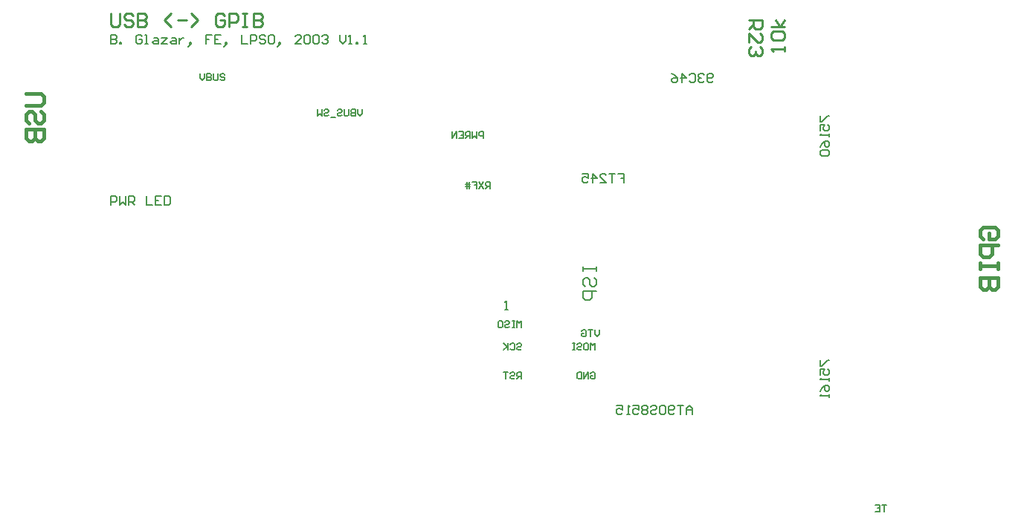
<source format=gbo>
%FSLAX25Y25*%
%MOIN*%
G70*
G01*
G75*
G04 Layer_Color=32896*
%ADD10C,0.01200*%
%ADD11R,0.06000X0.06000*%
%ADD12R,0.06000X0.06000*%
%ADD13R,0.01600X0.07500*%
%ADD14R,0.07500X0.01600*%
%ADD15O,0.01600X0.10000*%
%ADD16O,0.10000X0.01600*%
%ADD17R,0.13000X0.07000*%
%ADD18O,0.02400X0.08000*%
%ADD19R,0.03600X0.05000*%
%ADD20R,0.03600X0.03600*%
%ADD21R,0.10000X0.08000*%
%ADD22R,0.10000X0.09000*%
%ADD23R,0.03150X0.05512*%
G04:AMPARAMS|DCode=24|XSize=78.74mil|YSize=149.61mil|CornerRadius=0mil|HoleSize=0mil|Usage=FLASHONLY|Rotation=0.000|XOffset=0mil|YOffset=0mil|HoleType=Round|Shape=Octagon|*
%AMOCTAGOND24*
4,1,8,-0.01969,0.07480,0.01969,0.07480,0.03937,0.05512,0.03937,-0.05512,0.01969,-0.07480,-0.01969,-0.07480,-0.03937,-0.05512,-0.03937,0.05512,-0.01969,0.07480,0.0*
%
%ADD24OCTAGOND24*%

%ADD25R,0.03937X0.07299*%
%ADD26C,0.02800*%
%ADD27C,0.01600*%
%ADD28C,0.02400*%
%ADD29C,0.01400*%
%ADD30C,0.01000*%
%ADD31C,0.00800*%
%ADD32O,0.07000X0.06000*%
%ADD33C,0.07000*%
%ADD34C,0.20000*%
%ADD35R,0.07000X0.06000*%
%ADD36O,0.07000X0.08500*%
%ADD37C,0.06200*%
%ADD38R,0.06200X0.06200*%
%ADD39R,0.07000X0.07000*%
%ADD40C,0.08000*%
%ADD41C,0.05000*%
%ADD42C,0.00787*%
%ADD43R,0.06800X0.06800*%
%ADD44R,0.06800X0.06800*%
%ADD45R,0.02400X0.08300*%
%ADD46R,0.08300X0.02400*%
%ADD47O,0.02400X0.10800*%
%ADD48O,0.10800X0.02400*%
%ADD49R,0.13800X0.07800*%
%ADD50O,0.03200X0.08800*%
%ADD51R,0.04400X0.05800*%
%ADD52R,0.04400X0.04400*%
%ADD53R,0.10800X0.08800*%
%ADD54R,0.10800X0.09800*%
%ADD55R,0.03950X0.06312*%
G04:AMPARAMS|DCode=56|XSize=86.74mil|YSize=157.61mil|CornerRadius=0mil|HoleSize=0mil|Usage=FLASHONLY|Rotation=0.000|XOffset=0mil|YOffset=0mil|HoleType=Round|Shape=Octagon|*
%AMOCTAGOND56*
4,1,8,-0.02169,0.07880,0.02169,0.07880,0.04337,0.05712,0.04337,-0.05712,0.02169,-0.07880,-0.02169,-0.07880,-0.04337,-0.05712,-0.04337,0.05712,-0.02169,0.07880,0.0*
%
%ADD56OCTAGOND56*%

%ADD57R,0.04737X0.08099*%
%ADD58O,0.07800X0.06800*%
%ADD59C,0.07800*%
%ADD60C,0.20800*%
%ADD61R,0.07800X0.06800*%
%ADD62O,0.07800X0.09300*%
%ADD63R,0.07800X0.07800*%
%ADD64C,0.08800*%
%ADD65C,0.05800*%
D27*
X3022003Y545000D02*
X3028667D01*
X3030000Y543667D01*
Y541001D01*
X3028667Y539668D01*
X3022003D01*
X3023335Y531671D02*
X3022003Y533004D01*
Y535670D01*
X3023335Y537003D01*
X3024668D01*
X3026001Y535670D01*
Y533004D01*
X3027334Y531671D01*
X3028667D01*
X3030000Y533004D01*
Y535670D01*
X3028667Y537003D01*
X3022003Y529005D02*
X3030000D01*
Y525006D01*
X3028667Y523674D01*
X3027334D01*
X3026001Y525006D01*
Y529005D01*
Y525006D01*
X3024668Y523674D01*
X3023335D01*
X3022003Y525006D01*
Y529005D01*
X3450835Y479668D02*
X3449503Y481001D01*
Y483667D01*
X3450835Y485000D01*
X3456167D01*
X3457500Y483667D01*
Y481001D01*
X3456167Y479668D01*
X3453501D01*
Y482334D01*
X3457500Y477003D02*
X3449503D01*
Y473004D01*
X3450835Y471671D01*
X3453501D01*
X3454834Y473004D01*
Y477003D01*
X3449503Y469005D02*
Y466339D01*
Y467672D01*
X3457500D01*
Y469005D01*
Y466339D01*
X3449503Y462341D02*
X3457500D01*
Y458342D01*
X3456167Y457009D01*
X3454834D01*
X3453501Y458342D01*
Y462341D01*
Y458342D01*
X3452168Y457009D01*
X3450835D01*
X3449503Y458342D01*
Y462341D01*
D30*
X3361900Y564100D02*
Y566099D01*
Y565100D01*
X3355902D01*
X3356902Y564100D01*
Y569098D02*
X3355902Y570098D01*
Y572097D01*
X3356902Y573097D01*
X3360900D01*
X3361900Y572097D01*
Y570098D01*
X3360900Y569098D01*
X3356902D01*
X3361900Y575096D02*
X3355902D01*
X3359901D02*
X3357901Y578095D01*
X3359901Y575096D02*
X3361900Y578095D01*
X3345900Y578100D02*
X3351898D01*
Y575101D01*
X3350898Y574101D01*
X3348899D01*
X3347899Y575101D01*
Y578100D01*
Y576101D02*
X3345900Y574101D01*
Y568103D02*
Y572102D01*
X3349899Y568103D01*
X3350898D01*
X3351898Y569103D01*
Y571102D01*
X3350898Y572102D01*
Y566104D02*
X3351898Y565104D01*
Y563105D01*
X3350898Y562105D01*
X3349899D01*
X3348899Y563105D01*
Y564105D01*
Y563105D01*
X3347899Y562105D01*
X3346900D01*
X3345900Y563105D01*
Y565104D01*
X3346900Y566104D01*
X3060000Y580998D02*
Y576000D01*
X3061000Y575000D01*
X3062999D01*
X3063999Y576000D01*
Y580998D01*
X3069997Y579998D02*
X3068997Y580998D01*
X3066998D01*
X3065998Y579998D01*
Y578999D01*
X3066998Y577999D01*
X3068997D01*
X3069997Y576999D01*
Y576000D01*
X3068997Y575000D01*
X3066998D01*
X3065998Y576000D01*
X3071996Y580998D02*
Y575000D01*
X3074995D01*
X3075995Y576000D01*
Y576999D01*
X3074995Y577999D01*
X3071996D01*
X3074995D01*
X3075995Y578999D01*
Y579998D01*
X3074995Y580998D01*
X3071996D01*
X3086991Y575000D02*
X3083992Y577999D01*
X3086991Y580998D01*
X3089990Y577999D02*
X3093989D01*
X3095988Y575000D02*
X3098987Y577999D01*
X3095988Y580998D01*
X3110983Y579998D02*
X3109984Y580998D01*
X3107985D01*
X3106985Y579998D01*
Y576000D01*
X3107985Y575000D01*
X3109984D01*
X3110983Y576000D01*
Y577999D01*
X3108984D01*
X3112983Y575000D02*
Y580998D01*
X3115982D01*
X3116982Y579998D01*
Y577999D01*
X3115982Y576999D01*
X3112983D01*
X3118981Y580998D02*
X3120980D01*
X3119981D01*
Y575000D01*
X3118981D01*
X3120980D01*
X3123979Y580998D02*
Y575000D01*
X3126978D01*
X3127978Y576000D01*
Y576999D01*
X3126978Y577999D01*
X3123979D01*
X3126978D01*
X3127978Y578999D01*
Y579998D01*
X3126978Y580998D01*
X3123979D01*
D31*
X3172500Y537999D02*
Y536000D01*
X3171500Y535000D01*
X3170501Y536000D01*
Y537999D01*
X3169501D02*
Y535000D01*
X3168002D01*
X3167502Y535500D01*
Y536000D01*
X3168002Y536500D01*
X3169501D01*
X3168002D01*
X3167502Y536999D01*
Y537499D01*
X3168002Y537999D01*
X3169501D01*
X3166502D02*
Y535500D01*
X3166002Y535000D01*
X3165002D01*
X3164503Y535500D01*
Y537999D01*
X3161504Y537499D02*
X3162003Y537999D01*
X3163003D01*
X3163503Y537499D01*
Y536999D01*
X3163003Y536500D01*
X3162003D01*
X3161504Y536000D01*
Y535500D01*
X3162003Y535000D01*
X3163003D01*
X3163503Y535500D01*
X3160504Y534500D02*
X3158504D01*
X3155506Y537499D02*
X3156005Y537999D01*
X3157005D01*
X3157505Y537499D01*
Y536999D01*
X3157005Y536500D01*
X3156005D01*
X3155506Y536000D01*
Y535500D01*
X3156005Y535000D01*
X3157005D01*
X3157505Y535500D01*
X3154506Y537999D02*
Y535000D01*
X3153506Y536000D01*
X3152506Y535000D01*
Y537999D01*
X3230000Y502500D02*
Y505499D01*
X3228500D01*
X3228001Y504999D01*
Y504000D01*
X3228500Y503500D01*
X3230000D01*
X3229000D02*
X3228001Y502500D01*
X3227001Y505499D02*
X3225002Y502500D01*
Y505499D02*
X3227001Y502500D01*
X3222002Y505499D02*
X3224002D01*
Y504000D01*
X3223002D01*
X3224002D01*
Y502500D01*
X3220503D02*
Y505499D01*
X3219503D02*
Y502500D01*
X3221003Y504499D02*
X3219503D01*
X3219004D01*
X3221003Y503500D02*
X3219004D01*
X3227000Y525000D02*
Y527999D01*
X3225500D01*
X3225001Y527499D01*
Y526500D01*
X3225500Y526000D01*
X3227000D01*
X3224001Y527999D02*
Y525000D01*
X3223001Y526000D01*
X3222002Y525000D01*
Y527999D01*
X3221002Y525000D02*
Y527999D01*
X3219502D01*
X3219003Y527499D01*
Y526500D01*
X3219502Y526000D01*
X3221002D01*
X3220002D02*
X3219003Y525000D01*
X3216003Y527999D02*
X3218003D01*
Y525000D01*
X3216003D01*
X3218003Y526500D02*
X3217003D01*
X3215004Y525000D02*
Y527999D01*
X3213005Y525000D01*
Y527999D01*
X3330000Y550666D02*
X3329333Y550000D01*
X3328001D01*
X3327334Y550666D01*
Y553332D01*
X3328001Y553999D01*
X3329333D01*
X3330000Y553332D01*
Y552666D01*
X3329333Y551999D01*
X3327334D01*
X3326001Y553332D02*
X3325335Y553999D01*
X3324002D01*
X3323336Y553332D01*
Y552666D01*
X3324002Y551999D01*
X3324669D01*
X3324002D01*
X3323336Y551333D01*
Y550666D01*
X3324002Y550000D01*
X3325335D01*
X3326001Y550666D01*
X3319337Y553332D02*
X3320003Y553999D01*
X3321336D01*
X3322002Y553332D01*
Y550666D01*
X3321336Y550000D01*
X3320003D01*
X3319337Y550666D01*
X3316005Y550000D02*
Y553999D01*
X3318004Y551999D01*
X3315338D01*
X3311340Y553999D02*
X3312672Y553332D01*
X3314005Y551999D01*
Y550666D01*
X3313339Y550000D01*
X3312006D01*
X3311340Y550666D01*
Y551333D01*
X3312006Y551999D01*
X3314005D01*
X3407500Y360499D02*
X3405501D01*
X3406500D01*
Y357500D01*
X3402502Y360499D02*
X3404501D01*
Y357500D01*
X3402502D01*
X3404501Y358999D02*
X3403501D01*
X3287334Y508999D02*
X3290000D01*
Y506999D01*
X3288667D01*
X3290000D01*
Y505000D01*
X3286001Y508999D02*
X3283335D01*
X3284668D01*
Y505000D01*
X3279337D02*
X3282003D01*
X3279337Y507666D01*
Y508332D01*
X3280003Y508999D01*
X3281336D01*
X3282003Y508332D01*
X3276004Y505000D02*
Y508999D01*
X3278004Y506999D01*
X3275338D01*
X3271339Y508999D02*
X3274005D01*
Y506999D01*
X3272672Y507666D01*
X3272006D01*
X3271339Y506999D01*
Y505666D01*
X3272006Y505000D01*
X3273339D01*
X3274005Y505666D01*
X3279000Y438999D02*
Y437000D01*
X3278000Y436000D01*
X3277001Y437000D01*
Y438999D01*
X3276001D02*
X3274002D01*
X3275001D01*
Y436000D01*
X3271003Y438499D02*
X3271502Y438999D01*
X3272502D01*
X3273002Y438499D01*
Y436500D01*
X3272502Y436000D01*
X3271502D01*
X3271003Y436500D01*
Y437500D01*
X3272002D01*
X3277000Y430000D02*
Y432999D01*
X3276000Y431999D01*
X3275001Y432999D01*
Y430000D01*
X3272501Y432999D02*
X3273501D01*
X3274001Y432499D01*
Y430500D01*
X3273501Y430000D01*
X3272501D01*
X3272002Y430500D01*
Y432499D01*
X3272501Y432999D01*
X3269003Y432499D02*
X3269502Y432999D01*
X3270502D01*
X3271002Y432499D01*
Y431999D01*
X3270502Y431499D01*
X3269502D01*
X3269003Y431000D01*
Y430500D01*
X3269502Y430000D01*
X3270502D01*
X3271002Y430500D01*
X3268003Y432999D02*
X3267003D01*
X3267503D01*
Y430000D01*
X3268003D01*
X3267003D01*
X3275001Y419499D02*
X3275500Y419999D01*
X3276500D01*
X3277000Y419499D01*
Y417500D01*
X3276500Y417000D01*
X3275500D01*
X3275001Y417500D01*
Y418500D01*
X3276000D01*
X3274001Y417000D02*
Y419999D01*
X3272002Y417000D01*
Y419999D01*
X3271002D02*
Y417000D01*
X3269502D01*
X3269003Y417500D01*
Y419499D01*
X3269502Y419999D01*
X3271002D01*
X3244000Y440000D02*
Y442999D01*
X3243000Y441999D01*
X3242001Y442999D01*
Y440000D01*
X3241001Y442999D02*
X3240001D01*
X3240501D01*
Y440000D01*
X3241001D01*
X3240001D01*
X3236502Y442499D02*
X3237002Y442999D01*
X3238002D01*
X3238502Y442499D01*
Y441999D01*
X3238002Y441500D01*
X3237002D01*
X3236502Y441000D01*
Y440500D01*
X3237002Y440000D01*
X3238002D01*
X3238502Y440500D01*
X3234003Y442999D02*
X3235003D01*
X3235503Y442499D01*
Y440500D01*
X3235003Y440000D01*
X3234003D01*
X3233503Y440500D01*
Y442499D01*
X3234003Y442999D01*
X3242001Y432499D02*
X3242501Y432999D01*
X3243500D01*
X3244000Y432499D01*
Y431999D01*
X3243500Y431499D01*
X3242501D01*
X3242001Y431000D01*
Y430500D01*
X3242501Y430000D01*
X3243500D01*
X3244000Y430500D01*
X3239001Y432499D02*
X3239502Y432999D01*
X3240501D01*
X3241001Y432499D01*
Y430500D01*
X3240501Y430000D01*
X3239502D01*
X3239001Y430500D01*
X3238002Y432999D02*
Y430000D01*
Y431000D01*
X3236003Y432999D01*
X3237502Y431499D01*
X3236003Y430000D01*
X3244000Y417000D02*
Y419999D01*
X3242501D01*
X3242001Y419499D01*
Y418500D01*
X3242501Y418000D01*
X3244000D01*
X3243000D02*
X3242001Y417000D01*
X3239001Y419499D02*
X3239502Y419999D01*
X3240501D01*
X3241001Y419499D01*
Y418999D01*
X3240501Y418500D01*
X3239502D01*
X3239001Y418000D01*
Y417500D01*
X3239502Y417000D01*
X3240501D01*
X3241001Y417500D01*
X3238002Y419999D02*
X3236003D01*
X3237002D01*
Y417000D01*
X3271502Y467500D02*
Y465501D01*
Y466500D01*
X3277500D01*
Y467500D01*
Y465501D01*
X3272502Y458503D02*
X3271502Y459503D01*
Y461502D01*
X3272502Y462502D01*
X3273501D01*
X3274501Y461502D01*
Y459503D01*
X3275500Y458503D01*
X3276500D01*
X3277500Y459503D01*
Y461502D01*
X3276500Y462502D01*
X3277500Y456504D02*
X3271502D01*
Y453505D01*
X3272502Y452505D01*
X3274501D01*
X3275500Y453505D01*
Y456504D01*
X3320500Y401000D02*
Y403666D01*
X3319167Y404999D01*
X3317834Y403666D01*
Y401000D01*
Y402999D01*
X3320500D01*
X3316501Y404999D02*
X3313836D01*
X3315168D01*
Y401000D01*
X3312503Y401666D02*
X3311836Y401000D01*
X3310503D01*
X3309837Y401666D01*
Y404332D01*
X3310503Y404999D01*
X3311836D01*
X3312503Y404332D01*
Y403666D01*
X3311836Y402999D01*
X3309837D01*
X3308504Y404332D02*
X3307837Y404999D01*
X3306504D01*
X3305838Y404332D01*
Y401666D01*
X3306504Y401000D01*
X3307837D01*
X3308504Y401666D01*
Y404332D01*
X3301839D02*
X3302506Y404999D01*
X3303839D01*
X3304505Y404332D01*
Y403666D01*
X3303839Y402999D01*
X3302506D01*
X3301839Y402333D01*
Y401666D01*
X3302506Y401000D01*
X3303839D01*
X3304505Y401666D01*
X3300507Y404332D02*
X3299840Y404999D01*
X3298507D01*
X3297840Y404332D01*
Y403666D01*
X3298507Y402999D01*
X3297840Y402333D01*
Y401666D01*
X3298507Y401000D01*
X3299840D01*
X3300507Y401666D01*
Y402333D01*
X3299840Y402999D01*
X3300507Y403666D01*
Y404332D01*
X3299840Y402999D02*
X3298507D01*
X3293842Y404999D02*
X3296508D01*
Y402999D01*
X3295175Y403666D01*
X3294508D01*
X3293842Y402999D01*
Y401666D01*
X3294508Y401000D01*
X3295841D01*
X3296508Y401666D01*
X3292509Y401000D02*
X3291176D01*
X3291843D01*
Y404999D01*
X3292509Y404332D01*
X3286511Y404999D02*
X3289177D01*
Y402999D01*
X3287844Y403666D01*
X3287177D01*
X3286511Y402999D01*
Y401666D01*
X3287177Y401000D01*
X3288510D01*
X3289177Y401666D01*
X3378001Y535000D02*
Y532334D01*
X3378668D01*
X3381334Y535000D01*
X3382000D01*
X3378001Y528336D02*
Y531001D01*
X3380001D01*
X3379334Y529668D01*
Y529002D01*
X3380001Y528336D01*
X3381334D01*
X3382000Y529002D01*
Y530335D01*
X3381334Y531001D01*
X3382000Y527003D02*
Y525670D01*
Y526336D01*
X3378001D01*
X3378668Y527003D01*
X3378001Y521004D02*
X3378668Y522337D01*
X3380001Y523670D01*
X3381334D01*
X3382000Y523004D01*
Y521671D01*
X3381334Y521004D01*
X3380667D01*
X3380001Y521671D01*
Y523670D01*
X3378668Y519672D02*
X3378001Y519005D01*
Y517672D01*
X3378668Y517006D01*
X3381334D01*
X3382000Y517672D01*
Y519005D01*
X3381334Y519672D01*
X3378668D01*
X3378001Y425500D02*
Y422834D01*
X3378668D01*
X3381334Y425500D01*
X3382000D01*
X3378001Y418835D02*
Y421501D01*
X3380001D01*
X3379334Y420168D01*
Y419502D01*
X3380001Y418835D01*
X3381334D01*
X3382000Y419502D01*
Y420835D01*
X3381334Y421501D01*
X3382000Y417503D02*
Y416170D01*
Y416836D01*
X3378001D01*
X3378668Y417503D01*
X3378001Y411505D02*
X3378668Y412837D01*
X3380001Y414170D01*
X3381334D01*
X3382000Y413504D01*
Y412171D01*
X3381334Y411505D01*
X3380667D01*
X3380001Y412171D01*
Y414170D01*
X3382000Y410172D02*
Y408839D01*
Y409505D01*
X3378001D01*
X3378668Y410172D01*
X3236500Y448000D02*
X3237833D01*
X3237166D01*
Y451999D01*
X3236500Y451332D01*
X3100000Y553999D02*
Y552000D01*
X3101000Y551000D01*
X3101999Y552000D01*
Y553999D01*
X3102999D02*
Y551000D01*
X3104498D01*
X3104998Y551500D01*
Y552000D01*
X3104498Y552499D01*
X3102999D01*
X3104498D01*
X3104998Y552999D01*
Y553499D01*
X3104498Y553999D01*
X3102999D01*
X3105998D02*
Y551500D01*
X3106498Y551000D01*
X3107498D01*
X3107997Y551500D01*
Y553999D01*
X3110996Y553499D02*
X3110497Y553999D01*
X3109497D01*
X3108997Y553499D01*
Y552999D01*
X3109497Y552499D01*
X3110497D01*
X3110996Y552000D01*
Y551500D01*
X3110497Y551000D01*
X3109497D01*
X3108997Y551500D01*
X3060000Y495000D02*
Y498999D01*
X3061999D01*
X3062666Y498332D01*
Y496999D01*
X3061999Y496333D01*
X3060000D01*
X3063999Y498999D02*
Y495000D01*
X3065332Y496333D01*
X3066665Y495000D01*
Y498999D01*
X3067997Y495000D02*
Y498999D01*
X3069997D01*
X3070663Y498332D01*
Y496999D01*
X3069997Y496333D01*
X3067997D01*
X3069330D02*
X3070663Y495000D01*
X3075995Y498999D02*
Y495000D01*
X3078661D01*
X3082659Y498999D02*
X3079993D01*
Y495000D01*
X3082659D01*
X3079993Y496999D02*
X3081326D01*
X3083992Y498999D02*
Y495000D01*
X3085992D01*
X3086658Y495666D01*
Y498332D01*
X3085992Y498999D01*
X3083992D01*
X3060000Y571499D02*
Y567500D01*
X3061999D01*
X3062666Y568166D01*
Y568833D01*
X3061999Y569499D01*
X3060000D01*
X3061999D01*
X3062666Y570166D01*
Y570832D01*
X3061999Y571499D01*
X3060000D01*
X3063999Y567500D02*
Y568166D01*
X3064665D01*
Y567500D01*
X3063999D01*
X3073996Y570832D02*
X3073329Y571499D01*
X3071996D01*
X3071330Y570832D01*
Y568166D01*
X3071996Y567500D01*
X3073329D01*
X3073996Y568166D01*
Y569499D01*
X3072663D01*
X3075328Y567500D02*
X3076661D01*
X3075995D01*
Y571499D01*
X3075328D01*
X3079327Y570166D02*
X3080660D01*
X3081326Y569499D01*
Y567500D01*
X3079327D01*
X3078661Y568166D01*
X3079327Y568833D01*
X3081326D01*
X3082659Y570166D02*
X3085325D01*
X3082659Y567500D01*
X3085325D01*
X3087325Y570166D02*
X3088657D01*
X3089324Y569499D01*
Y567500D01*
X3087325D01*
X3086658Y568166D01*
X3087325Y568833D01*
X3089324D01*
X3090657Y570166D02*
Y567500D01*
Y568833D01*
X3091323Y569499D01*
X3091990Y570166D01*
X3092656D01*
X3095322Y566834D02*
X3095988Y567500D01*
Y568166D01*
X3095322D01*
Y567500D01*
X3095988D01*
X3095322Y566834D01*
X3094655Y566167D01*
X3105319Y571499D02*
X3102653D01*
Y569499D01*
X3103986D01*
X3102653D01*
Y567500D01*
X3109317Y571499D02*
X3106652D01*
Y567500D01*
X3109317D01*
X3106652Y569499D02*
X3107985D01*
X3111317Y566834D02*
X3111983Y567500D01*
Y568166D01*
X3111317D01*
Y567500D01*
X3111983D01*
X3111317Y566834D01*
X3110650Y566167D01*
X3118648Y571499D02*
Y567500D01*
X3121314D01*
X3122647D02*
Y571499D01*
X3124646D01*
X3125312Y570832D01*
Y569499D01*
X3124646Y568833D01*
X3122647D01*
X3129311Y570832D02*
X3128645Y571499D01*
X3127312D01*
X3126645Y570832D01*
Y570166D01*
X3127312Y569499D01*
X3128645D01*
X3129311Y568833D01*
Y568166D01*
X3128645Y567500D01*
X3127312D01*
X3126645Y568166D01*
X3132643Y571499D02*
X3131310D01*
X3130644Y570832D01*
Y568166D01*
X3131310Y567500D01*
X3132643D01*
X3133310Y568166D01*
Y570832D01*
X3132643Y571499D01*
X3135309Y566834D02*
X3135975Y567500D01*
Y568166D01*
X3135309D01*
Y567500D01*
X3135975D01*
X3135309Y566834D01*
X3134643Y566167D01*
X3145306Y567500D02*
X3142640D01*
X3145306Y570166D01*
Y570832D01*
X3144639Y571499D01*
X3143307D01*
X3142640Y570832D01*
X3146639D02*
X3147305Y571499D01*
X3148638D01*
X3149305Y570832D01*
Y568166D01*
X3148638Y567500D01*
X3147305D01*
X3146639Y568166D01*
Y570832D01*
X3150637D02*
X3151304Y571499D01*
X3152637D01*
X3153303Y570832D01*
Y568166D01*
X3152637Y567500D01*
X3151304D01*
X3150637Y568166D01*
Y570832D01*
X3154636D02*
X3155303Y571499D01*
X3156635D01*
X3157302Y570832D01*
Y570166D01*
X3156635Y569499D01*
X3155969D01*
X3156635D01*
X3157302Y568833D01*
Y568166D01*
X3156635Y567500D01*
X3155303D01*
X3154636Y568166D01*
X3162634Y571499D02*
Y568833D01*
X3163967Y567500D01*
X3165299Y568833D01*
Y571499D01*
X3166632Y567500D02*
X3167965D01*
X3167299D01*
Y571499D01*
X3166632Y570832D01*
X3169964Y567500D02*
Y568166D01*
X3170631D01*
Y567500D01*
X3169964D01*
X3173297D02*
X3174630D01*
X3173963D01*
Y571499D01*
X3173297Y570832D01*
M02*

</source>
